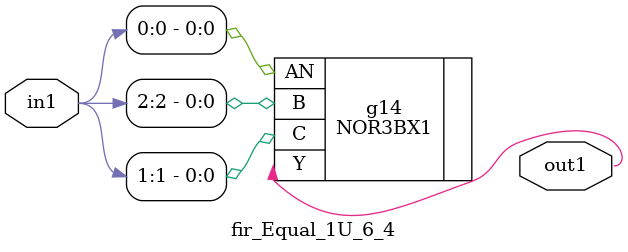
<source format=v>
`timescale 1ps / 1ps


module fir_Equal_1U_6_4(in1, out1);
  input [2:0] in1;
  output out1;
  wire [2:0] in1;
  wire out1;
  NOR3BX1 g14(.AN (in1[0]), .B (in1[2]), .C (in1[1]), .Y (out1));
endmodule



</source>
